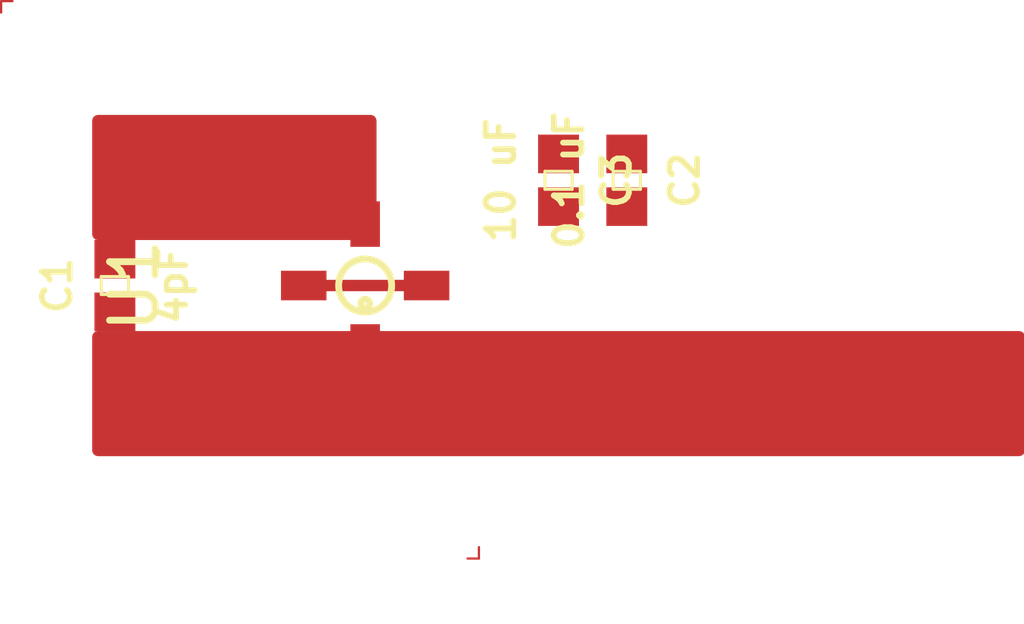
<source format=kicad_pcb>
(kicad_pcb (version 20171130) (host pcbnew 5.0.0)

  (general
    (thickness 1.6)
    (drawings 0)
    (tracks 8)
    (zones 0)
    (modules 4)
    (nets 5)
  )

  (page A4)
  (layers
    (0 F.Cu signal)
    (31 B.Cu signal)
    (32 B.Adhes user)
    (33 F.Adhes user)
    (34 B.Paste user)
    (35 F.Paste user)
    (36 B.SilkS user)
    (37 F.SilkS user)
    (38 B.Mask user)
    (39 F.Mask user)
    (40 Dwgs.User user)
    (41 Cmts.User user)
    (42 Eco1.User user)
    (43 Eco2.User user)
    (44 Edge.Cuts user)
    (45 Margin user)
    (46 B.CrtYd user)
    (47 F.CrtYd user)
    (48 B.Fab user)
    (49 F.Fab user)
  )

  (setup
    (last_trace_width 0.25)
    (trace_clearance 0.2)
    (zone_clearance 0)
    (zone_45_only no)
    (trace_min 0.2)
    (segment_width 0.2)
    (edge_width 0.15)
    (via_size 0.8)
    (via_drill 0.4)
    (via_min_size 0.4)
    (via_min_drill 0.3)
    (uvia_size 0.3)
    (uvia_drill 0.1)
    (uvias_allowed no)
    (uvia_min_size 0.2)
    (uvia_min_drill 0.1)
    (pcb_text_width 0.3)
    (pcb_text_size 1.5 1.5)
    (mod_edge_width 0.15)
    (mod_text_size 1 1)
    (mod_text_width 0.15)
    (pad_size 1.524 1.524)
    (pad_drill 0.762)
    (pad_to_mask_clearance 0.2)
    (aux_axis_origin 15 12.5)
    (grid_origin 15 12.5)
    (visible_elements FEFFFF7F)
    (pcbplotparams
      (layerselection 0x00000_7fffffff)
      (usegerberextensions false)
      (usegerberattributes false)
      (usegerberadvancedattributes false)
      (creategerberjobfile false)
      (excludeedgelayer true)
      (linewidth 0.100000)
      (plotframeref false)
      (viasonmask false)
      (mode 1)
      (useauxorigin false)
      (hpglpennumber 1)
      (hpglpenspeed 20)
      (hpglpendiameter 15.000000)
      (psnegative false)
      (psa4output false)
      (plotreference false)
      (plotvalue false)
      (plotinvisibletext false)
      (padsonsilk false)
      (subtractmaskfromsilk false)
      (outputformat 4)
      (mirror false)
      (drillshape 0)
      (scaleselection 1)
      (outputdirectory ""))
  )

  (net 0 "")
  (net 1 /OSC1)
  (net 2 GND)
  (net 3 /GATE)
  (net 4 "Net-(L1-Pad2)")

  (net_class Default "This is the default net class."
    (clearance 0.2)
    (trace_width 0.25)
    (via_dia 0.8)
    (via_drill 0.4)
    (uvia_dia 0.3)
    (uvia_drill 0.1)
    (add_net /GATE)
    (add_net /OSC1)
    (add_net GND)
    (add_net "Net-(L1-Pad2)")
  )

  (module 0402 (layer F.Cu) (tedit 200000) (tstamp 5E925EDC)
    (at 27.25 16.4368 270)
    (descr "GENERIC 1005 (0402) PACKAGE")
    (tags "GENERIC 1005 (0402) PACKAGE")
    (path /5E925F97)
    (attr smd)
    (fp_text reference C3 (at 0 -1.27 270) (layer F.SilkS)
      (effects (font (size 0.6096 0.6096) (thickness 0.127)))
    )
    (fp_text value "10 uF" (at 0 1.27 270) (layer F.SilkS)
      (effects (font (size 0.6096 0.6096) (thickness 0.127)))
    )
    (fp_line (start -0.55372 0.3048) (end -0.254 0.3048) (layer Dwgs.User) (width 0.06604))
    (fp_line (start -0.254 0.3048) (end -0.254 -0.3048) (layer Dwgs.User) (width 0.06604))
    (fp_line (start -0.55372 -0.3048) (end -0.254 -0.3048) (layer Dwgs.User) (width 0.06604))
    (fp_line (start -0.55372 0.3048) (end -0.55372 -0.3048) (layer Dwgs.User) (width 0.06604))
    (fp_line (start 0.25654 0.3048) (end 0.5588 0.3048) (layer Dwgs.User) (width 0.06604))
    (fp_line (start 0.5588 0.3048) (end 0.5588 -0.3048) (layer Dwgs.User) (width 0.06604))
    (fp_line (start 0.25654 -0.3048) (end 0.5588 -0.3048) (layer Dwgs.User) (width 0.06604))
    (fp_line (start 0.25654 0.3048) (end 0.25654 -0.3048) (layer Dwgs.User) (width 0.06604))
    (fp_line (start -0.19812 0.29972) (end 0.19812 0.29972) (layer F.SilkS) (width 0.06604))
    (fp_line (start 0.19812 0.29972) (end 0.19812 -0.29972) (layer F.SilkS) (width 0.06604))
    (fp_line (start -0.19812 -0.29972) (end 0.19812 -0.29972) (layer F.SilkS) (width 0.06604))
    (fp_line (start -0.19812 0.29972) (end -0.19812 -0.29972) (layer F.SilkS) (width 0.06604))
    (fp_line (start -0.26924 -0.2286) (end 0.26924 -0.2286) (layer Dwgs.User) (width 0.1524))
    (fp_line (start 0.26924 0.2286) (end -0.26924 0.2286) (layer Dwgs.User) (width 0.1524))
    (fp_line (start -1.19888 -0.6477) (end 1.19888 -0.6477) (layer F.CrtYd) (width 0.0508))
    (fp_line (start 1.19888 -0.6477) (end 1.19888 0.6477) (layer F.CrtYd) (width 0.0508))
    (fp_line (start 1.19888 0.6477) (end -1.19888 0.6477) (layer F.CrtYd) (width 0.0508))
    (fp_line (start -1.19888 0.6477) (end -1.19888 -0.6477) (layer F.CrtYd) (width 0.0508))
    (pad 1 smd rect (at -0.57912 0 270) (size 0.84836 0.89916) (layers F.Cu F.Paste F.Mask)
      (net 1 /OSC1) (solder_mask_margin 0.1016))
    (pad 2 smd rect (at 0.57912 0 270) (size 0.84836 0.89916) (layers F.Cu F.Paste F.Mask)
      (net 2 GND) (solder_mask_margin 0.1016))
  )

  (module 0402 (layer F.Cu) (tedit 200000) (tstamp 5E8FEE5D)
    (at 28.75 16.4368 270)
    (descr "GENERIC 1005 (0402) PACKAGE")
    (tags "GENERIC 1005 (0402) PACKAGE")
    (path /5E925DB1)
    (attr smd)
    (fp_text reference C2 (at 0 -1.27 270) (layer F.SilkS)
      (effects (font (size 0.6096 0.6096) (thickness 0.127)))
    )
    (fp_text value "0.1 uF" (at 0 1.27 270) (layer F.SilkS)
      (effects (font (size 0.6096 0.6096) (thickness 0.127)))
    )
    (fp_line (start -0.55372 0.3048) (end -0.254 0.3048) (layer Dwgs.User) (width 0.06604))
    (fp_line (start -0.254 0.3048) (end -0.254 -0.3048) (layer Dwgs.User) (width 0.06604))
    (fp_line (start -0.55372 -0.3048) (end -0.254 -0.3048) (layer Dwgs.User) (width 0.06604))
    (fp_line (start -0.55372 0.3048) (end -0.55372 -0.3048) (layer Dwgs.User) (width 0.06604))
    (fp_line (start 0.25654 0.3048) (end 0.5588 0.3048) (layer Dwgs.User) (width 0.06604))
    (fp_line (start 0.5588 0.3048) (end 0.5588 -0.3048) (layer Dwgs.User) (width 0.06604))
    (fp_line (start 0.25654 -0.3048) (end 0.5588 -0.3048) (layer Dwgs.User) (width 0.06604))
    (fp_line (start 0.25654 0.3048) (end 0.25654 -0.3048) (layer Dwgs.User) (width 0.06604))
    (fp_line (start -0.19812 0.29972) (end 0.19812 0.29972) (layer F.SilkS) (width 0.06604))
    (fp_line (start 0.19812 0.29972) (end 0.19812 -0.29972) (layer F.SilkS) (width 0.06604))
    (fp_line (start -0.19812 -0.29972) (end 0.19812 -0.29972) (layer F.SilkS) (width 0.06604))
    (fp_line (start -0.19812 0.29972) (end -0.19812 -0.29972) (layer F.SilkS) (width 0.06604))
    (fp_line (start -0.26924 -0.2286) (end 0.26924 -0.2286) (layer Dwgs.User) (width 0.1524))
    (fp_line (start 0.26924 0.2286) (end -0.26924 0.2286) (layer Dwgs.User) (width 0.1524))
    (fp_line (start -1.19888 -0.6477) (end 1.19888 -0.6477) (layer F.CrtYd) (width 0.0508))
    (fp_line (start 1.19888 -0.6477) (end 1.19888 0.6477) (layer F.CrtYd) (width 0.0508))
    (fp_line (start 1.19888 0.6477) (end -1.19888 0.6477) (layer F.CrtYd) (width 0.0508))
    (fp_line (start -1.19888 0.6477) (end -1.19888 -0.6477) (layer F.CrtYd) (width 0.0508))
    (pad 1 smd rect (at -0.57912 0 270) (size 0.84836 0.89916) (layers F.Cu F.Paste F.Mask)
      (net 1 /OSC1) (solder_mask_margin 0.1016))
    (pad 2 smd rect (at 0.57912 0 270) (size 0.84836 0.89916) (layers F.Cu F.Paste F.Mask)
      (net 2 GND) (solder_mask_margin 0.1016))
  )

  (module 0xDBFB7:4-Micro-X (layer F.Cu) (tedit 5E8E9CC3) (tstamp 5E8F6C5B)
    (at 23 18.75 270)
    (path /5E8F0DA8)
    (fp_text reference U1 (at 0 5.072 270) (layer F.SilkS)
      (effects (font (size 1 1) (thickness 0.15)))
    )
    (fp_text value CE3520K3 (at 3.5 -10.75 270) (layer F.Fab)
      (effects (font (size 1 1) (thickness 0.15)))
    )
    (fp_text user Gate (at 1.4 -0.5 270) (layer Dwgs.User)
      (effects (font (size 0.2 0.2) (thickness 0.05)))
    )
    (fp_text user Drain (at -1.3 -0.5 270) (layer Dwgs.User)
      (effects (font (size 0.2 0.2) (thickness 0.05)))
    )
    (fp_text user Source (at -0.5 -1.3) (layer Dwgs.User)
      (effects (font (size 0.2 0.2) (thickness 0.05)))
    )
    (fp_text user Source (at -0.5 1.4) (layer Dwgs.User)
      (effects (font (size 0.2 0.2) (thickness 0.05)))
    )
    (fp_circle (center 0 0) (end 0.583095 0) (layer F.SilkS) (width 0.15))
    (fp_circle (center 0.4 0) (end 0.5 0) (layer F.SilkS) (width 0.15))
    (pad 2 smd rect (at -1.35 0) (size 0.65 1) (layers F.Cu F.Paste F.Mask)
      (net 1 /OSC1))
    (pad 1 smd rect (at 0 -1.35 270) (size 0.65 1) (layers F.Cu F.Paste F.Mask)
      (net 4 "Net-(L1-Pad2)"))
    (pad 4 smd rect (at 1.35 0 180) (size 0.65 1) (layers F.Cu F.Paste F.Mask)
      (net 3 /GATE))
    (pad 3 smd rect (at 0 1.35 90) (size 0.65 1) (layers F.Cu F.Paste F.Mask)
      (net 4 "Net-(L1-Pad2)"))
  )

  (module 0402 (layer F.Cu) (tedit 200000) (tstamp 5E8F6E58)
    (at 17.5 18.75 90)
    (descr "GENERIC 1005 (0402) PACKAGE")
    (tags "GENERIC 1005 (0402) PACKAGE")
    (path /5E8F3679)
    (attr smd)
    (fp_text reference C1 (at 0 -1.27 90) (layer F.SilkS)
      (effects (font (size 0.6096 0.6096) (thickness 0.127)))
    )
    (fp_text value 4pF (at 0 1.27 90) (layer F.SilkS)
      (effects (font (size 0.6096 0.6096) (thickness 0.127)))
    )
    (fp_line (start -0.55372 0.3048) (end -0.254 0.3048) (layer Dwgs.User) (width 0.06604))
    (fp_line (start -0.254 0.3048) (end -0.254 -0.3048) (layer Dwgs.User) (width 0.06604))
    (fp_line (start -0.55372 -0.3048) (end -0.254 -0.3048) (layer Dwgs.User) (width 0.06604))
    (fp_line (start -0.55372 0.3048) (end -0.55372 -0.3048) (layer Dwgs.User) (width 0.06604))
    (fp_line (start 0.25654 0.3048) (end 0.5588 0.3048) (layer Dwgs.User) (width 0.06604))
    (fp_line (start 0.5588 0.3048) (end 0.5588 -0.3048) (layer Dwgs.User) (width 0.06604))
    (fp_line (start 0.25654 -0.3048) (end 0.5588 -0.3048) (layer Dwgs.User) (width 0.06604))
    (fp_line (start 0.25654 0.3048) (end 0.25654 -0.3048) (layer Dwgs.User) (width 0.06604))
    (fp_line (start -0.19812 0.29972) (end 0.19812 0.29972) (layer F.SilkS) (width 0.06604))
    (fp_line (start 0.19812 0.29972) (end 0.19812 -0.29972) (layer F.SilkS) (width 0.06604))
    (fp_line (start -0.19812 -0.29972) (end 0.19812 -0.29972) (layer F.SilkS) (width 0.06604))
    (fp_line (start -0.19812 0.29972) (end -0.19812 -0.29972) (layer F.SilkS) (width 0.06604))
    (fp_line (start -0.26924 -0.2286) (end 0.26924 -0.2286) (layer Dwgs.User) (width 0.1524))
    (fp_line (start 0.26924 0.2286) (end -0.26924 0.2286) (layer Dwgs.User) (width 0.1524))
    (fp_line (start -1.19888 -0.6477) (end 1.19888 -0.6477) (layer F.CrtYd) (width 0.0508))
    (fp_line (start 1.19888 -0.6477) (end 1.19888 0.6477) (layer F.CrtYd) (width 0.0508))
    (fp_line (start 1.19888 0.6477) (end -1.19888 0.6477) (layer F.CrtYd) (width 0.0508))
    (fp_line (start -1.19888 0.6477) (end -1.19888 -0.6477) (layer F.CrtYd) (width 0.0508))
    (pad 1 smd rect (at -0.57912 0 90) (size 0.84836 0.89916) (layers F.Cu F.Paste F.Mask)
      (net 3 /GATE) (solder_mask_margin 0.1016))
    (pad 2 smd rect (at 0.57912 0 90) (size 0.84836 0.89916) (layers F.Cu F.Paste F.Mask)
      (net 1 /OSC1) (solder_mask_margin 0.1016))
  )

  (segment (start 15 12.75) (end 15 12.5) (width 0.05) (layer F.Cu) (net 0))
  (segment (start 15 12.5) (end 15.25 12.5) (width 0.05) (layer F.Cu) (net 0))
  (segment (start 25.5 24.5) (end 25.5 24.75) (width 0.05) (layer F.Cu) (net 0))
  (segment (start 25.5 24.75) (end 25.25 24.75) (width 0.05) (layer F.Cu) (net 0))
  (segment (start 23 20.1) (end 22.65 20.1) (width 0.25) (layer F.Cu) (net 3))
  (segment (start 22.97912 20.07912) (end 23 20.1) (width 0.25) (layer F.Cu) (net 3))
  (segment (start 22.4 18.75) (end 24.35 18.75) (width 0.25) (layer F.Cu) (net 4))
  (segment (start 21.65 18.75) (end 22.4 18.75) (width 0.25) (layer F.Cu) (net 4))

  (zone (net 1) (net_name /OSC1) (layer F.Cu) (tstamp 0) (hatch edge 0.508)
    (connect_pads yes (clearance 0))
    (min_thickness 0.254)
    (fill yes (arc_segments 16) (thermal_gap 0) (thermal_bridge_width 0))
    (polygon
      (pts
        (xy 23.25 17.75) (xy 17 17.75) (xy 17 15) (xy 23.25 15)
      )
    )
    (filled_polygon
      (pts
        (xy 23.123 17.623) (xy 17.127 17.623) (xy 17.127 15.127) (xy 23.123 15.127)
      )
    )
  )
  (zone (net 3) (net_name /GATE) (layer F.Cu) (tstamp 5E94E4BA) (hatch edge 0.508)
    (connect_pads yes (clearance 0))
    (min_thickness 0.254)
    (fill yes (arc_segments 16) (thermal_gap 0) (thermal_bridge_width 0))
    (polygon
      (pts
        (xy 37.5 22.5) (xy 17 22.5) (xy 17 19.75) (xy 37.5 19.75)
      )
    )
    (filled_polygon
      (pts
        (xy 37.373 22.373) (xy 17.127 22.373) (xy 17.127 19.877) (xy 37.373 19.877)
      )
    )
  )
)

</source>
